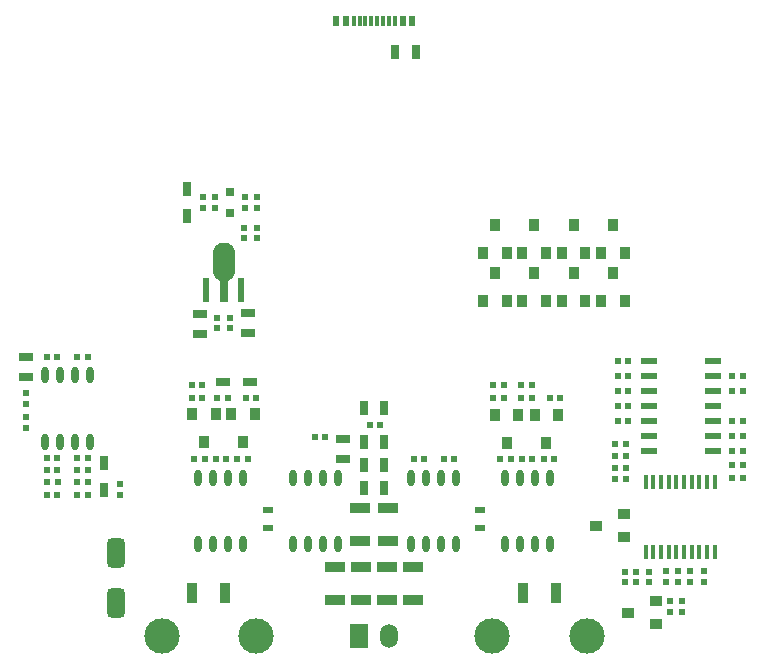
<source format=gtp>
%FSLAX25Y25*%
%MOIN*%
G70*
G01*
G75*
G04 Layer_Color=8421504*
%ADD10C,0.00787*%
%ADD11C,0.01181*%
%ADD12R,0.02756X0.04921*%
%ADD13O,0.07874X0.05906*%
%ADD14R,0.07874X0.05906*%
%ADD15C,0.11811*%
%ADD16R,0.01181X0.03347*%
%ADD17R,0.02362X0.03347*%
%ADD18R,0.03543X0.06693*%
%ADD19O,0.05906X0.07874*%
%ADD20R,0.05906X0.07874*%
%ADD21R,0.05512X0.02362*%
%ADD22R,0.03150X0.07874*%
%ADD23R,0.02362X0.07874*%
%ADD24O,0.07480X0.12992*%
%ADD25R,0.01575X0.04724*%
%ADD26R,0.03937X0.03543*%
%ADD27O,0.02362X0.05512*%
%ADD28R,0.02362X0.01969*%
%ADD29R,0.01969X0.02362*%
%ADD30R,0.04921X0.02756*%
%ADD31R,0.03543X0.03937*%
%ADD32R,0.05118X0.03150*%
%ADD33R,0.03150X0.05118*%
%ADD34R,0.03150X0.03150*%
%ADD35R,0.06693X0.03543*%
%ADD36R,0.03543X0.02362*%
G04:AMPARAMS|DCode=37|XSize=98.43mil|YSize=59.06mil|CornerRadius=14.76mil|HoleSize=0mil|Usage=FLASHONLY|Rotation=90.000|XOffset=0mil|YOffset=0mil|HoleType=Round|Shape=RoundedRectangle|*
%AMROUNDEDRECTD37*
21,1,0.09843,0.02953,0,0,90.0*
21,1,0.06890,0.05906,0,0,90.0*
1,1,0.02953,0.01476,0.03445*
1,1,0.02953,0.01476,-0.03445*
1,1,0.02953,-0.01476,-0.03445*
1,1,0.02953,-0.01476,0.03445*
%
%ADD37ROUNDEDRECTD37*%
%ADD38C,0.07874*%
%ADD39C,0.02559*%
G04:AMPARAMS|DCode=40|XSize=39.37mil|YSize=62.99mil|CornerRadius=17.72mil|HoleSize=0mil|Usage=FLASHONLY|Rotation=180.000|XOffset=0mil|YOffset=0mil|HoleType=Round|Shape=RoundedRectangle|*
%AMROUNDEDRECTD40*
21,1,0.03937,0.02756,0,0,180.0*
21,1,0.00394,0.06299,0,0,180.0*
1,1,0.03543,-0.00197,0.01378*
1,1,0.03543,0.00197,0.01378*
1,1,0.03543,0.00197,-0.01378*
1,1,0.03543,-0.00197,-0.01378*
%
%ADD40ROUNDEDRECTD40*%
G04:AMPARAMS|DCode=41|XSize=39.37mil|YSize=82.68mil|CornerRadius=17.72mil|HoleSize=0mil|Usage=FLASHONLY|Rotation=180.000|XOffset=0mil|YOffset=0mil|HoleType=Round|Shape=RoundedRectangle|*
%AMROUNDEDRECTD41*
21,1,0.03937,0.04724,0,0,180.0*
21,1,0.00394,0.08268,0,0,180.0*
1,1,0.03543,-0.00197,0.02362*
1,1,0.03543,0.00197,0.02362*
1,1,0.03543,0.00197,-0.02362*
1,1,0.03543,-0.00197,-0.02362*
%
%ADD41ROUNDEDRECTD41*%
%ADD42C,0.02362*%
%ADD43C,0.00394*%
%ADD44C,0.02362*%
%ADD45C,0.00984*%
%ADD46C,0.01969*%
%ADD47C,0.00197*%
%ADD48C,0.00500*%
%ADD49C,0.00800*%
%ADD50C,0.00591*%
%ADD51C,0.01000*%
D12*
X13780Y210433D02*
D03*
X7087D02*
D03*
X3385Y65332D02*
D03*
X-3308D02*
D03*
X3385Y72910D02*
D03*
X-3308D02*
D03*
X3248Y91929D02*
D03*
X-3445D02*
D03*
X3248Y80512D02*
D03*
X-3445D02*
D03*
D15*
X39370Y15748D02*
D03*
X70866D02*
D03*
X-39370D02*
D03*
X-70866D02*
D03*
D16*
X6928Y220918D02*
D03*
X4959D02*
D03*
X2991D02*
D03*
X-946D02*
D03*
X-2915D02*
D03*
X-4883D02*
D03*
X-6852D02*
D03*
X1022D02*
D03*
D17*
X-9411D02*
D03*
X-12561D02*
D03*
X9487D02*
D03*
X12636D02*
D03*
D18*
X60630Y30118D02*
D03*
X49606D02*
D03*
X-60630D02*
D03*
X-49606D02*
D03*
D19*
X5000Y15790D02*
D03*
D20*
X-5000D02*
D03*
D21*
X91551Y107422D02*
D03*
Y77422D02*
D03*
Y82422D02*
D03*
Y87422D02*
D03*
Y92422D02*
D03*
Y97422D02*
D03*
Y102422D02*
D03*
X113008Y107422D02*
D03*
Y102422D02*
D03*
Y97422D02*
D03*
Y92422D02*
D03*
Y87422D02*
D03*
Y82422D02*
D03*
Y77422D02*
D03*
D22*
X-50142Y131026D02*
D03*
D23*
X-44237D02*
D03*
X-56048D02*
D03*
D24*
X-50142Y140475D02*
D03*
D25*
X90514Y43723D02*
D03*
X93073D02*
D03*
X95632D02*
D03*
X98191D02*
D03*
X100750D02*
D03*
X103309D02*
D03*
X105868D02*
D03*
X108427D02*
D03*
X110986D02*
D03*
X113545D02*
D03*
Y67345D02*
D03*
X110986D02*
D03*
X108427D02*
D03*
X105868D02*
D03*
X103309D02*
D03*
X100750D02*
D03*
X98191D02*
D03*
X95632D02*
D03*
X93073D02*
D03*
X90514D02*
D03*
D26*
X73917Y52657D02*
D03*
X83366Y56594D02*
D03*
Y48720D02*
D03*
X93920Y19729D02*
D03*
Y27603D02*
D03*
X84471Y23666D02*
D03*
D27*
X-104818Y80686D02*
D03*
X-104818Y102734D02*
D03*
X-94818D02*
D03*
X-99818Y80686D02*
D03*
X-109818D02*
D03*
X-99818Y102734D02*
D03*
X-109818D02*
D03*
X-94818Y80686D02*
D03*
X-27185Y46434D02*
D03*
X-22185D02*
D03*
X-27185Y68481D02*
D03*
X-12185Y46434D02*
D03*
Y68481D02*
D03*
X-22185D02*
D03*
X-17185Y46434D02*
D03*
Y68481D02*
D03*
X43681Y46434D02*
D03*
X48681D02*
D03*
X43681Y68481D02*
D03*
X58681Y46434D02*
D03*
Y68481D02*
D03*
X48681D02*
D03*
X53681Y46434D02*
D03*
Y68481D02*
D03*
X12185Y46434D02*
D03*
X17185D02*
D03*
X12185Y68481D02*
D03*
X27185Y46434D02*
D03*
Y68481D02*
D03*
X17185D02*
D03*
X22185Y46434D02*
D03*
Y68481D02*
D03*
X-58681Y46434D02*
D03*
X-53681D02*
D03*
X-58681Y68481D02*
D03*
X-43681Y46434D02*
D03*
Y68481D02*
D03*
X-53681D02*
D03*
X-48681Y46434D02*
D03*
Y68481D02*
D03*
D28*
X102483Y23863D02*
D03*
Y27406D02*
D03*
X-43307Y148425D02*
D03*
Y151969D02*
D03*
X-43034Y158617D02*
D03*
Y162161D02*
D03*
X-52406Y118428D02*
D03*
Y121971D02*
D03*
X-38900Y162161D02*
D03*
Y158617D02*
D03*
X-52975Y162161D02*
D03*
Y158617D02*
D03*
X-57207Y158617D02*
D03*
Y162161D02*
D03*
X-39173Y151969D02*
D03*
Y148425D02*
D03*
X98447Y23863D02*
D03*
Y27406D02*
D03*
X105436Y33902D02*
D03*
Y37445D02*
D03*
X97168Y37446D02*
D03*
Y33902D02*
D03*
X83487Y37347D02*
D03*
Y33804D02*
D03*
X-116196Y88757D02*
D03*
Y85214D02*
D03*
X-84744Y66437D02*
D03*
Y62894D02*
D03*
X-48060Y118444D02*
D03*
X-48060Y121987D02*
D03*
X109849Y37430D02*
D03*
X109849Y33886D02*
D03*
X91542Y37331D02*
D03*
X91542Y33788D02*
D03*
X101318Y33918D02*
D03*
X101318Y37461D02*
D03*
X87408Y37331D02*
D03*
X87408Y33788D02*
D03*
X-116181Y93202D02*
D03*
X-116181Y96745D02*
D03*
D29*
X84766Y87445D02*
D03*
X81223D02*
D03*
X84766Y92465D02*
D03*
X81223D02*
D03*
X84766Y97386D02*
D03*
X81223D02*
D03*
X84668Y107426D02*
D03*
X81125D02*
D03*
X84668Y102406D02*
D03*
X81125D02*
D03*
X49016Y95281D02*
D03*
X52559D02*
D03*
X-52429Y95281D02*
D03*
X-48886D02*
D03*
X119412Y102406D02*
D03*
X122955D02*
D03*
X119412Y87445D02*
D03*
X122955D02*
D03*
X122980Y97682D02*
D03*
X119437D02*
D03*
X62106Y95281D02*
D03*
X58563D02*
D03*
X-39240Y95281D02*
D03*
X-42783D02*
D03*
X119412Y82426D02*
D03*
X122955D02*
D03*
X119412Y77406D02*
D03*
X122955D02*
D03*
X56496Y74902D02*
D03*
X60039D02*
D03*
X-45669Y74902D02*
D03*
X-42126D02*
D03*
X43241Y95281D02*
D03*
X39698D02*
D03*
X-57252Y95281D02*
D03*
X-60795D02*
D03*
X45472Y74902D02*
D03*
X41929D02*
D03*
X-56496D02*
D03*
X-60039D02*
D03*
X52756D02*
D03*
X49213D02*
D03*
X-49311D02*
D03*
X-52854D02*
D03*
X13129Y74710D02*
D03*
X16673D02*
D03*
X26712D02*
D03*
X23169D02*
D03*
X119412Y68449D02*
D03*
X122955D02*
D03*
X119412Y72879D02*
D03*
X122955D02*
D03*
X-105566Y62871D02*
D03*
X-109110D02*
D03*
X83782Y71993D02*
D03*
X80239D02*
D03*
X-109110Y75076D02*
D03*
X-105566D02*
D03*
X-99070Y75076D02*
D03*
X-95527D02*
D03*
X-109110Y71041D02*
D03*
X-105566D02*
D03*
X-99070Y67104D02*
D03*
X-95527D02*
D03*
X80337Y68056D02*
D03*
X83881D02*
D03*
X-105566Y108836D02*
D03*
X-109110D02*
D03*
X-19882Y82283D02*
D03*
X-16339D02*
D03*
X83865Y79883D02*
D03*
X80321Y79883D02*
D03*
X43193Y99524D02*
D03*
X39650Y99524D02*
D03*
X-57299D02*
D03*
X-60843Y99524D02*
D03*
X48933Y99523D02*
D03*
X52476Y99523D02*
D03*
X-1461Y86205D02*
D03*
X2083Y86205D02*
D03*
X80255Y75914D02*
D03*
X83798Y75914D02*
D03*
X-109094Y67088D02*
D03*
X-105551Y67088D02*
D03*
X-99054Y62856D02*
D03*
X-95511Y62856D02*
D03*
X-99054Y71025D02*
D03*
X-95511Y71025D02*
D03*
X-99054Y108919D02*
D03*
X-95511Y108919D02*
D03*
D30*
X-10493Y74879D02*
D03*
Y81572D02*
D03*
X-58213Y123349D02*
D03*
Y116656D02*
D03*
X-42072Y123546D02*
D03*
Y116853D02*
D03*
X-116196Y102045D02*
D03*
Y108738D02*
D03*
D31*
X61351Y89671D02*
D03*
X53477D02*
D03*
X57414Y80222D02*
D03*
X-39862Y89862D02*
D03*
X-47736D02*
D03*
X-43799Y80413D02*
D03*
X48063Y89671D02*
D03*
X40189D02*
D03*
X44126Y80222D02*
D03*
X-52854Y89862D02*
D03*
X-60728D02*
D03*
X-56791Y80413D02*
D03*
X49442Y127560D02*
D03*
X57316D02*
D03*
X53379Y137008D02*
D03*
X75689Y143406D02*
D03*
X83563D02*
D03*
X79626Y152855D02*
D03*
X49442Y143406D02*
D03*
X57316D02*
D03*
X53379Y152855D02*
D03*
X75689Y127560D02*
D03*
X83563D02*
D03*
X79626Y137008D02*
D03*
X36319Y127560D02*
D03*
X44193D02*
D03*
X40256Y137008D02*
D03*
X62566Y143406D02*
D03*
X70440D02*
D03*
X66503Y152855D02*
D03*
X36319Y143406D02*
D03*
X44193D02*
D03*
X40256Y152855D02*
D03*
X62566Y127560D02*
D03*
X70440D02*
D03*
X66503Y137008D02*
D03*
D32*
X-50263Y100596D02*
D03*
X-41248D02*
D03*
D33*
X-62522Y164917D02*
D03*
Y155901D02*
D03*
X-90212Y64446D02*
D03*
Y73462D02*
D03*
D34*
X-47955Y163932D02*
D03*
Y156846D02*
D03*
D35*
X-13014Y38834D02*
D03*
Y27810D02*
D03*
X-4784Y47418D02*
D03*
Y58442D02*
D03*
X4334Y38984D02*
D03*
Y27960D02*
D03*
X-4353Y38932D02*
D03*
Y27909D02*
D03*
X4763Y58442D02*
D03*
Y47418D02*
D03*
X12998Y38984D02*
D03*
Y27960D02*
D03*
D36*
X-35433Y51968D02*
D03*
Y57874D02*
D03*
X35433D02*
D03*
Y51968D02*
D03*
D37*
X-85925Y43602D02*
D03*
Y26870D02*
D03*
M02*

</source>
